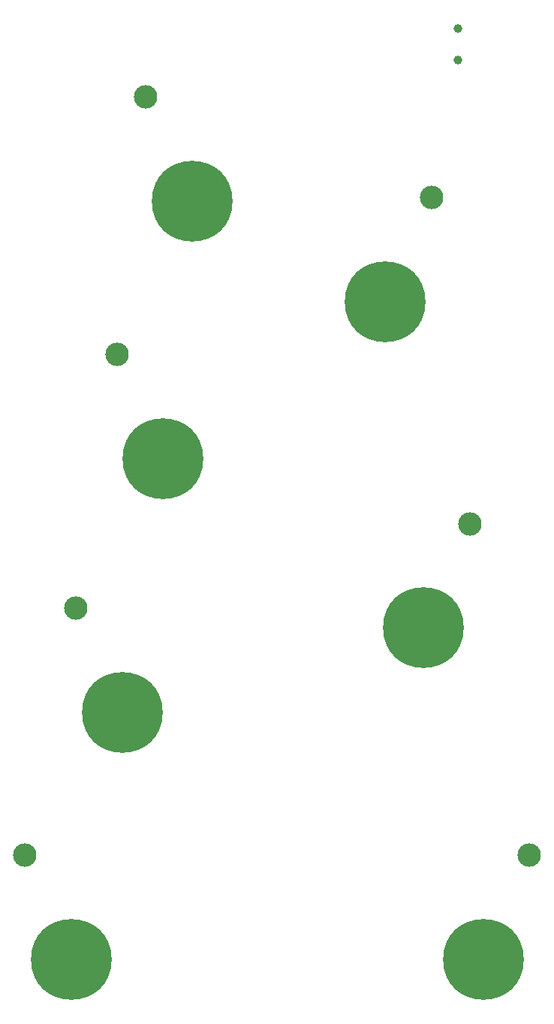
<source format=gbr>
G75*
%MOIN*%
%OFA0B0*%
%FSLAX25Y25*%
%IPPOS*%
%LPD*%
%AMOC8*
5,1,8,0,0,1.08239X$1,22.5*
%
%ADD10C,0.10400*%
%ADD11C,0.35833*%
%ADD12C,0.03943*%
D10*
X0066486Y0123323D03*
X0089022Y0233016D03*
X0107259Y0345561D03*
X0120112Y0459913D03*
X0246927Y0415386D03*
X0264049Y0270425D03*
X0290545Y0123343D03*
D11*
X0269955Y0077083D03*
X0243459Y0224165D03*
X0226337Y0369126D03*
X0140703Y0413654D03*
X0127849Y0299301D03*
X0109612Y0186756D03*
X0087077Y0077063D03*
D12*
X0258651Y0476378D03*
X0258651Y0490157D03*
M02*

</source>
